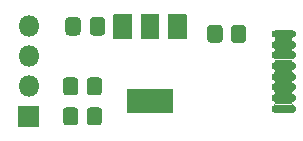
<source format=gts>
%TF.GenerationSoftware,KiCad,Pcbnew,(5.1.12)-1*%
%TF.CreationDate,2022-05-01T00:00:51+01:00*%
%TF.ProjectId,wiicam,77696963-616d-42e6-9b69-6361645f7063,rev?*%
%TF.SameCoordinates,Original*%
%TF.FileFunction,Soldermask,Top*%
%TF.FilePolarity,Negative*%
%FSLAX46Y46*%
G04 Gerber Fmt 4.6, Leading zero omitted, Abs format (unit mm)*
G04 Created by KiCad (PCBNEW (5.1.12)-1) date 2022-05-01 00:00:51*
%MOMM*%
%LPD*%
G01*
G04 APERTURE LIST*
%ADD10O,2.102000X0.662000*%
%ADD11O,2.102000X0.702000*%
%ADD12O,1.802000X1.802000*%
%ADD13C,0.100000*%
G04 APERTURE END LIST*
D10*
X164465000Y-121260000D03*
D11*
X164465000Y-122160000D03*
X164465000Y-123060000D03*
X164465000Y-123960000D03*
X164465000Y-124860000D03*
X164465000Y-125760000D03*
X164465000Y-126660000D03*
X164465000Y-127560000D03*
G36*
G01*
X149355500Y-120095702D02*
X149355500Y-121104298D01*
G75*
G02*
X149083798Y-121376000I-271702J0D01*
G01*
X148350202Y-121376000D01*
G75*
G02*
X148078500Y-121104298I0J271702D01*
G01*
X148078500Y-120095702D01*
G75*
G02*
X148350202Y-119824000I271702J0D01*
G01*
X149083798Y-119824000D01*
G75*
G02*
X149355500Y-120095702I0J-271702D01*
G01*
G37*
G36*
G01*
X147280500Y-120095702D02*
X147280500Y-121104298D01*
G75*
G02*
X147008798Y-121376000I-271702J0D01*
G01*
X146275202Y-121376000D01*
G75*
G02*
X146003500Y-121104298I0J271702D01*
G01*
X146003500Y-120095702D01*
G75*
G02*
X146275202Y-119824000I271702J0D01*
G01*
X147008798Y-119824000D01*
G75*
G02*
X147280500Y-120095702I0J-271702D01*
G01*
G37*
G36*
G01*
X145796000Y-126159752D02*
X145796000Y-125200248D01*
G75*
G02*
X146067248Y-124929000I271248J0D01*
G01*
X146826752Y-124929000D01*
G75*
G02*
X147098000Y-125200248I0J-271248D01*
G01*
X147098000Y-126159752D01*
G75*
G02*
X146826752Y-126431000I-271248J0D01*
G01*
X146067248Y-126431000D01*
G75*
G02*
X145796000Y-126159752I0J271248D01*
G01*
G37*
G36*
G01*
X147796000Y-126159752D02*
X147796000Y-125200248D01*
G75*
G02*
X148067248Y-124929000I271248J0D01*
G01*
X148826752Y-124929000D01*
G75*
G02*
X149098000Y-125200248I0J-271248D01*
G01*
X149098000Y-126159752D01*
G75*
G02*
X148826752Y-126431000I-271248J0D01*
G01*
X148067248Y-126431000D01*
G75*
G02*
X147796000Y-126159752I0J271248D01*
G01*
G37*
D12*
X142875000Y-120600000D03*
X142875000Y-123140000D03*
X142875000Y-125680000D03*
G36*
G01*
X143776000Y-127370000D02*
X143776000Y-129070000D01*
G75*
G02*
X143725000Y-129121000I-51000J0D01*
G01*
X142025000Y-129121000D01*
G75*
G02*
X141974000Y-129070000I0J51000D01*
G01*
X141974000Y-127370000D01*
G75*
G02*
X142025000Y-127319000I51000J0D01*
G01*
X143725000Y-127319000D01*
G75*
G02*
X143776000Y-127370000I0J-51000D01*
G01*
G37*
G36*
G01*
X161306000Y-120755248D02*
X161306000Y-121714752D01*
G75*
G02*
X161034752Y-121986000I-271248J0D01*
G01*
X160275248Y-121986000D01*
G75*
G02*
X160004000Y-121714752I0J271248D01*
G01*
X160004000Y-120755248D01*
G75*
G02*
X160275248Y-120484000I271248J0D01*
G01*
X161034752Y-120484000D01*
G75*
G02*
X161306000Y-120755248I0J-271248D01*
G01*
G37*
G36*
G01*
X159306000Y-120755248D02*
X159306000Y-121714752D01*
G75*
G02*
X159034752Y-121986000I-271248J0D01*
G01*
X158275248Y-121986000D01*
G75*
G02*
X158004000Y-121714752I0J271248D01*
G01*
X158004000Y-120755248D01*
G75*
G02*
X158275248Y-120484000I271248J0D01*
G01*
X159034752Y-120484000D01*
G75*
G02*
X159306000Y-120755248I0J-271248D01*
G01*
G37*
G36*
G01*
X147796000Y-128699752D02*
X147796000Y-127740248D01*
G75*
G02*
X148067248Y-127469000I271248J0D01*
G01*
X148826752Y-127469000D01*
G75*
G02*
X149098000Y-127740248I0J-271248D01*
G01*
X149098000Y-128699752D01*
G75*
G02*
X148826752Y-128971000I-271248J0D01*
G01*
X148067248Y-128971000D01*
G75*
G02*
X147796000Y-128699752I0J271248D01*
G01*
G37*
G36*
G01*
X145796000Y-128699752D02*
X145796000Y-127740248D01*
G75*
G02*
X146067248Y-127469000I271248J0D01*
G01*
X146826752Y-127469000D01*
G75*
G02*
X147098000Y-127740248I0J-271248D01*
G01*
X147098000Y-128699752D01*
G75*
G02*
X146826752Y-128971000I-271248J0D01*
G01*
X146067248Y-128971000D01*
G75*
G02*
X145796000Y-128699752I0J271248D01*
G01*
G37*
G36*
G01*
X154712000Y-119574000D02*
X156212000Y-119574000D01*
G75*
G02*
X156263000Y-119625000I0J-51000D01*
G01*
X156263000Y-121625000D01*
G75*
G02*
X156212000Y-121676000I-51000J0D01*
G01*
X154712000Y-121676000D01*
G75*
G02*
X154661000Y-121625000I0J51000D01*
G01*
X154661000Y-119625000D01*
G75*
G02*
X154712000Y-119574000I51000J0D01*
G01*
G37*
G36*
G01*
X150112000Y-119574000D02*
X151612000Y-119574000D01*
G75*
G02*
X151663000Y-119625000I0J-51000D01*
G01*
X151663000Y-121625000D01*
G75*
G02*
X151612000Y-121676000I-51000J0D01*
G01*
X150112000Y-121676000D01*
G75*
G02*
X150061000Y-121625000I0J51000D01*
G01*
X150061000Y-119625000D01*
G75*
G02*
X150112000Y-119574000I51000J0D01*
G01*
G37*
G36*
G01*
X152412000Y-119574000D02*
X153912000Y-119574000D01*
G75*
G02*
X153963000Y-119625000I0J-51000D01*
G01*
X153963000Y-121625000D01*
G75*
G02*
X153912000Y-121676000I-51000J0D01*
G01*
X152412000Y-121676000D01*
G75*
G02*
X152361000Y-121625000I0J51000D01*
G01*
X152361000Y-119625000D01*
G75*
G02*
X152412000Y-119574000I51000J0D01*
G01*
G37*
G36*
G01*
X151262000Y-125874000D02*
X155062000Y-125874000D01*
G75*
G02*
X155113000Y-125925000I0J-51000D01*
G01*
X155113000Y-127925000D01*
G75*
G02*
X155062000Y-127976000I-51000J0D01*
G01*
X151262000Y-127976000D01*
G75*
G02*
X151211000Y-127925000I0J51000D01*
G01*
X151211000Y-125925000D01*
G75*
G02*
X151262000Y-125874000I51000J0D01*
G01*
G37*
D13*
G36*
X165272826Y-126991274D02*
G01*
X165273407Y-126993188D01*
X165272224Y-126994582D01*
X165255443Y-127001534D01*
X165235395Y-127014928D01*
X165218348Y-127031975D01*
X165204954Y-127052023D01*
X165195727Y-127074297D01*
X165191023Y-127097947D01*
X165191023Y-127122053D01*
X165195727Y-127145703D01*
X165204954Y-127167977D01*
X165218348Y-127188025D01*
X165235395Y-127205072D01*
X165255443Y-127218466D01*
X165272224Y-127225418D01*
X165273442Y-127227005D01*
X165272676Y-127228853D01*
X165270878Y-127229180D01*
X165233082Y-127217714D01*
X165164906Y-127211000D01*
X163765094Y-127211000D01*
X163696918Y-127217714D01*
X163659122Y-127229180D01*
X163657174Y-127228726D01*
X163656593Y-127226812D01*
X163657776Y-127225418D01*
X163674557Y-127218466D01*
X163694605Y-127205072D01*
X163711652Y-127188025D01*
X163725046Y-127167977D01*
X163734273Y-127145703D01*
X163738977Y-127122053D01*
X163738977Y-127097947D01*
X163734273Y-127074297D01*
X163725046Y-127052023D01*
X163711652Y-127031975D01*
X163694605Y-127014928D01*
X163674557Y-127001534D01*
X163657776Y-126994582D01*
X163656558Y-126992995D01*
X163657324Y-126991147D01*
X163659122Y-126990820D01*
X163696918Y-127002286D01*
X163765094Y-127009000D01*
X165164906Y-127009000D01*
X165233082Y-127002286D01*
X165270878Y-126990820D01*
X165272826Y-126991274D01*
G37*
G36*
X165272826Y-126091274D02*
G01*
X165273407Y-126093188D01*
X165272224Y-126094582D01*
X165255443Y-126101534D01*
X165235395Y-126114928D01*
X165218348Y-126131975D01*
X165204954Y-126152023D01*
X165195727Y-126174297D01*
X165191023Y-126197947D01*
X165191023Y-126222053D01*
X165195727Y-126245703D01*
X165204954Y-126267977D01*
X165218348Y-126288025D01*
X165235395Y-126305072D01*
X165255443Y-126318466D01*
X165272224Y-126325418D01*
X165273442Y-126327005D01*
X165272676Y-126328853D01*
X165270878Y-126329180D01*
X165233082Y-126317714D01*
X165164906Y-126311000D01*
X163765094Y-126311000D01*
X163696918Y-126317714D01*
X163659122Y-126329180D01*
X163657174Y-126328726D01*
X163656593Y-126326812D01*
X163657776Y-126325418D01*
X163674557Y-126318466D01*
X163694605Y-126305072D01*
X163711652Y-126288025D01*
X163725046Y-126267977D01*
X163734273Y-126245703D01*
X163738977Y-126222053D01*
X163738977Y-126197947D01*
X163734273Y-126174297D01*
X163725046Y-126152023D01*
X163711652Y-126131975D01*
X163694605Y-126114928D01*
X163674557Y-126101534D01*
X163657776Y-126094582D01*
X163656558Y-126092995D01*
X163657324Y-126091147D01*
X163659122Y-126090820D01*
X163696918Y-126102286D01*
X163765094Y-126109000D01*
X165164906Y-126109000D01*
X165233082Y-126102286D01*
X165270878Y-126090820D01*
X165272826Y-126091274D01*
G37*
G36*
X165272826Y-125191274D02*
G01*
X165273407Y-125193188D01*
X165272224Y-125194582D01*
X165255443Y-125201534D01*
X165235395Y-125214928D01*
X165218348Y-125231975D01*
X165204954Y-125252023D01*
X165195727Y-125274297D01*
X165191023Y-125297947D01*
X165191023Y-125322053D01*
X165195727Y-125345703D01*
X165204954Y-125367977D01*
X165218348Y-125388025D01*
X165235395Y-125405072D01*
X165255443Y-125418466D01*
X165272224Y-125425418D01*
X165273442Y-125427005D01*
X165272676Y-125428853D01*
X165270878Y-125429180D01*
X165233082Y-125417714D01*
X165164906Y-125411000D01*
X163765094Y-125411000D01*
X163696918Y-125417714D01*
X163659122Y-125429180D01*
X163657174Y-125428726D01*
X163656593Y-125426812D01*
X163657776Y-125425418D01*
X163674557Y-125418466D01*
X163694605Y-125405072D01*
X163711652Y-125388025D01*
X163725046Y-125367977D01*
X163734273Y-125345703D01*
X163738977Y-125322053D01*
X163738977Y-125297947D01*
X163734273Y-125274297D01*
X163725046Y-125252023D01*
X163711652Y-125231975D01*
X163694605Y-125214928D01*
X163674557Y-125201534D01*
X163657776Y-125194582D01*
X163656558Y-125192995D01*
X163657324Y-125191147D01*
X163659122Y-125190820D01*
X163696918Y-125202286D01*
X163765094Y-125209000D01*
X165164906Y-125209000D01*
X165233082Y-125202286D01*
X165270878Y-125190820D01*
X165272826Y-125191274D01*
G37*
G36*
X165272826Y-124291274D02*
G01*
X165273407Y-124293188D01*
X165272224Y-124294582D01*
X165255443Y-124301534D01*
X165235395Y-124314928D01*
X165218348Y-124331975D01*
X165204954Y-124352023D01*
X165195727Y-124374297D01*
X165191023Y-124397947D01*
X165191023Y-124422053D01*
X165195727Y-124445703D01*
X165204954Y-124467977D01*
X165218348Y-124488025D01*
X165235395Y-124505072D01*
X165255443Y-124518466D01*
X165272224Y-124525418D01*
X165273442Y-124527005D01*
X165272676Y-124528853D01*
X165270878Y-124529180D01*
X165233082Y-124517714D01*
X165164906Y-124511000D01*
X163765094Y-124511000D01*
X163696918Y-124517714D01*
X163659122Y-124529180D01*
X163657174Y-124528726D01*
X163656593Y-124526812D01*
X163657776Y-124525418D01*
X163674557Y-124518466D01*
X163694605Y-124505072D01*
X163711652Y-124488025D01*
X163725046Y-124467977D01*
X163734273Y-124445703D01*
X163738977Y-124422053D01*
X163738977Y-124397947D01*
X163734273Y-124374297D01*
X163725046Y-124352023D01*
X163711652Y-124331975D01*
X163694605Y-124314928D01*
X163674557Y-124301534D01*
X163657776Y-124294582D01*
X163656558Y-124292995D01*
X163657324Y-124291147D01*
X163659122Y-124290820D01*
X163696918Y-124302286D01*
X163765094Y-124309000D01*
X165164906Y-124309000D01*
X165233082Y-124302286D01*
X165270878Y-124290820D01*
X165272826Y-124291274D01*
G37*
G36*
X165272826Y-123391274D02*
G01*
X165273407Y-123393188D01*
X165272224Y-123394582D01*
X165255443Y-123401534D01*
X165235395Y-123414928D01*
X165218348Y-123431975D01*
X165204954Y-123452023D01*
X165195727Y-123474297D01*
X165191023Y-123497947D01*
X165191023Y-123522053D01*
X165195727Y-123545703D01*
X165204954Y-123567977D01*
X165218348Y-123588025D01*
X165235395Y-123605072D01*
X165255443Y-123618466D01*
X165272224Y-123625418D01*
X165273442Y-123627005D01*
X165272676Y-123628853D01*
X165270878Y-123629180D01*
X165233082Y-123617714D01*
X165164906Y-123611000D01*
X163765094Y-123611000D01*
X163696918Y-123617714D01*
X163659122Y-123629180D01*
X163657174Y-123628726D01*
X163656593Y-123626812D01*
X163657776Y-123625418D01*
X163674557Y-123618466D01*
X163694605Y-123605072D01*
X163711652Y-123588025D01*
X163725046Y-123567977D01*
X163734273Y-123545703D01*
X163738977Y-123522053D01*
X163738977Y-123497947D01*
X163734273Y-123474297D01*
X163725046Y-123452023D01*
X163711652Y-123431975D01*
X163694605Y-123414928D01*
X163674557Y-123401534D01*
X163657776Y-123394582D01*
X163656558Y-123392995D01*
X163657324Y-123391147D01*
X163659122Y-123390820D01*
X163696918Y-123402286D01*
X163765094Y-123409000D01*
X165164906Y-123409000D01*
X165233082Y-123402286D01*
X165270878Y-123390820D01*
X165272826Y-123391274D01*
G37*
G36*
X165272826Y-122491274D02*
G01*
X165273407Y-122493188D01*
X165272224Y-122494582D01*
X165255443Y-122501534D01*
X165235395Y-122514928D01*
X165218348Y-122531975D01*
X165204954Y-122552023D01*
X165195727Y-122574297D01*
X165191023Y-122597947D01*
X165191023Y-122622053D01*
X165195727Y-122645703D01*
X165204954Y-122667977D01*
X165218348Y-122688025D01*
X165235395Y-122705072D01*
X165255443Y-122718466D01*
X165272224Y-122725418D01*
X165273442Y-122727005D01*
X165272676Y-122728853D01*
X165270878Y-122729180D01*
X165233082Y-122717714D01*
X165164906Y-122711000D01*
X163765094Y-122711000D01*
X163696918Y-122717714D01*
X163659122Y-122729180D01*
X163657174Y-122728726D01*
X163656593Y-122726812D01*
X163657776Y-122725418D01*
X163674557Y-122718466D01*
X163694605Y-122705072D01*
X163711652Y-122688025D01*
X163725046Y-122667977D01*
X163734273Y-122645703D01*
X163738977Y-122622053D01*
X163738977Y-122597947D01*
X163734273Y-122574297D01*
X163725046Y-122552023D01*
X163711652Y-122531975D01*
X163694605Y-122514928D01*
X163674557Y-122501534D01*
X163657776Y-122494582D01*
X163656558Y-122492995D01*
X163657324Y-122491147D01*
X163659122Y-122490820D01*
X163696918Y-122502286D01*
X163765094Y-122509000D01*
X165164906Y-122509000D01*
X165233082Y-122502286D01*
X165270878Y-122490820D01*
X165272826Y-122491274D01*
G37*
G36*
X165250360Y-121583558D02*
G01*
X165250556Y-121585548D01*
X165249499Y-121586571D01*
X165231158Y-121594168D01*
X165211111Y-121607563D01*
X165194064Y-121624610D01*
X165180669Y-121644657D01*
X165171443Y-121666931D01*
X165166739Y-121690582D01*
X165166739Y-121714688D01*
X165171444Y-121738338D01*
X165180670Y-121760612D01*
X165194065Y-121780659D01*
X165211112Y-121797706D01*
X165231159Y-121811101D01*
X165247936Y-121818050D01*
X165249154Y-121819637D01*
X165248389Y-121821485D01*
X165246590Y-121821812D01*
X165233082Y-121817714D01*
X165164906Y-121811000D01*
X163765094Y-121811000D01*
X163696918Y-121817714D01*
X163683409Y-121821812D01*
X163681461Y-121821358D01*
X163680880Y-121819444D01*
X163682063Y-121818050D01*
X163698840Y-121811101D01*
X163718888Y-121797706D01*
X163735935Y-121780659D01*
X163749330Y-121760612D01*
X163758556Y-121738338D01*
X163763261Y-121714688D01*
X163763261Y-121690582D01*
X163758557Y-121666932D01*
X163749331Y-121644658D01*
X163735936Y-121624610D01*
X163718889Y-121607563D01*
X163698842Y-121594168D01*
X163680501Y-121586571D01*
X163679283Y-121584984D01*
X163680048Y-121583136D01*
X163681462Y-121582733D01*
X163745094Y-121589000D01*
X165184906Y-121589000D01*
X165248538Y-121582733D01*
X165250360Y-121583558D01*
G37*
M02*

</source>
